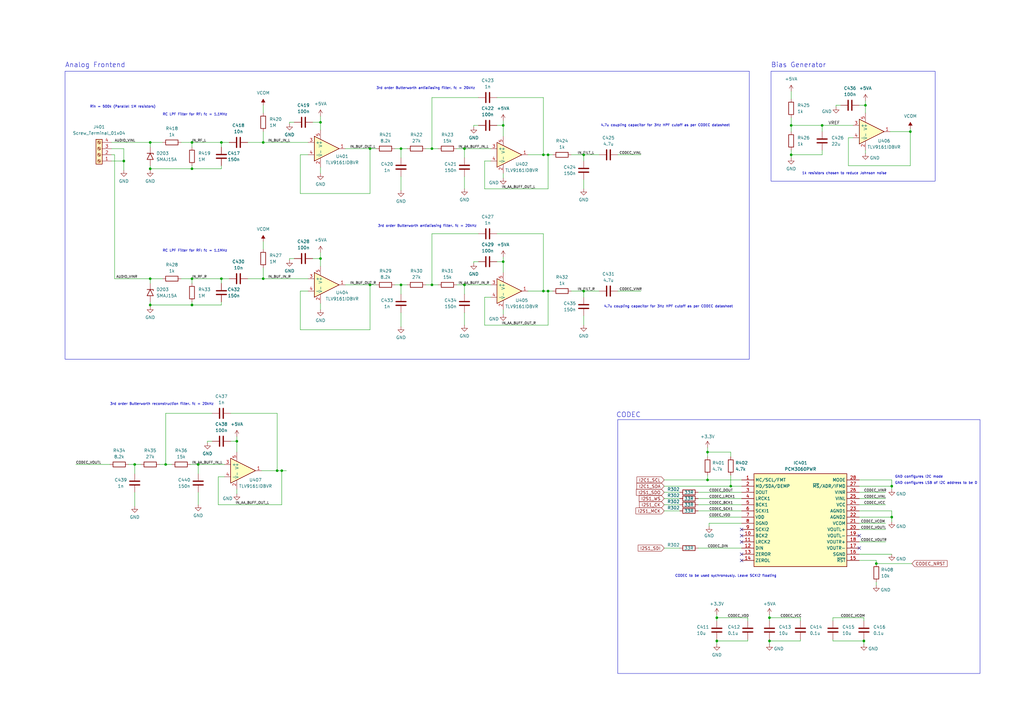
<source format=kicad_sch>
(kicad_sch (version 20230121) (generator eeschema)
  (paper "A3")
  (junction (at -104.14 113.03))
  (junction (at 61.595 69.215))
  (junction (at -113.665 201.93))
  (junction (at 299.72 199.39))
  (junction (at 61.595 125.095))
  (junction (at -91.44 137.16))
  (junction (at -90.805 113.03))
  (junction (at -104.775 137.16))
  (junction (at 78.74 58.42))
  (junction (at 78.74 125.095))
  (junction (at 290.195 185.42))
  (junction (at 222.885 63.5))
  (junction (at 131.445 106.045))
  (junction (at 206.375 51.435))
  (junction (at 290.195 196.85))
  (junction (at 224.79 63.5))
  (junction (at 324.485 51.435))
  (junction (at 222.885 119.38))
  (junction (at 354.965 43.18))
  (junction (at 177.165 60.96))
  (junction (at -80.01 158.115))
  (junction (at 90.805 58.42))
  (junction (at 294.005 262.89))
  (junction (at 107.95 58.42))
  (junction (at 354.33 262.89))
  (junction (at -56.515 155.575))
  (junction (at -90.805 123.19))
  (junction (at -144.145 147.32))
  (junction (at 239.395 119.38))
  (junction (at -144.145 137.16))
  (junction (at 78.74 114.3))
  (junction (at 365.76 199.39))
  (junction (at 50.8 66.04))
  (junction (at 315.595 253.365))
  (junction (at 107.95 114.3))
  (junction (at 337.185 51.435))
  (junction (at 61.595 58.42))
  (junction (at 55.245 190.5))
  (junction (at 315.595 262.89))
  (junction (at 206.375 107.315))
  (junction (at -165.735 155.575))
  (junction (at 151.765 60.96))
  (junction (at 81.28 190.5))
  (junction (at -130.81 137.16))
  (junction (at 365.76 212.09))
  (junction (at 373.38 53.975))
  (junction (at 164.465 116.84))
  (junction (at 164.465 60.96))
  (junction (at -176.53 186.055))
  (junction (at -43.18 165.735))
  (junction (at 90.805 114.3))
  (junction (at 113.665 193.04))
  (junction (at 324.485 63.5))
  (junction (at -67.31 168.91))
  (junction (at 294.005 253.365))
  (junction (at 67.945 190.5))
  (junction (at 239.395 63.5))
  (junction (at 97.155 180.975))
  (junction (at 61.595 114.3))
  (junction (at 359.41 231.14))
  (junction (at 151.765 116.84))
  (junction (at 177.165 116.84))
  (junction (at 115.57 193.04))
  (junction (at 190.5 116.84))
  (junction (at 224.79 119.38))
  (junction (at -91.44 147.32))
  (junction (at 131.445 50.165))
  (junction (at 78.74 69.215))
  (junction (at 190.5 60.96))
  (no_connect (at 304.165 229.87))
  (no_connect (at 352.425 224.79))
  (no_connect (at 304.165 217.17))
  (no_connect (at -131.445 160.655))
  (no_connect (at 304.165 219.71))
  (no_connect (at 352.425 219.71))
  (no_connect (at 304.165 222.25))
  (no_connect (at 304.165 227.33))
  (wire (pts (xy -100.965 173.355) (xy -92.075 173.355)))
  (wire (pts (xy 164.465 60.96) (xy 167.005 60.96)))
  (wire (pts (xy -143.51 191.135) (xy -143.51 193.675)))
  (wire (pts (xy 151.765 116.84) (xy 151.765 135.255)))
  (wire (pts (xy -113.665 150.495) (xy -113.665 137.16)))
  (wire (pts (xy 299.72 194.945) (xy 299.72 199.39)))
  (wire (pts (xy 61.595 69.215) (xy 78.74 69.215)))
  (wire (pts (xy 190.5 116.84) (xy 190.5 120.65)))
  (wire (pts (xy -100.965 155.575) (xy -56.515 155.575)))
  (wire (pts (xy 198.755 77.47) (xy 198.755 66.04)))
  (wire (pts (xy 347.98 67.945) (xy 373.38 67.945)))
  (wire (pts (xy 107.315 193.04) (xy 113.665 193.04)))
  (wire (pts (xy 286.385 204.47) (xy 304.165 204.47)))
  (wire (pts (xy -135.89 173.355) (xy -131.445 173.355)))
  (wire (pts (xy 359.41 238.76) (xy 359.41 240.03)))
  (wire (pts (xy 123.19 119.38) (xy 126.365 119.38)))
  (wire (pts (xy -165.735 165.1) (xy -165.735 167.005)))
  (wire (pts (xy -100.965 188.595) (xy -92.075 188.595)))
  (wire (pts (xy 55.245 190.5) (xy 55.245 194.31)))
  (wire (pts (xy -150.495 168.275) (xy -143.51 168.275)))
  (wire (pts (xy 67.945 169.545) (xy 67.945 190.5)))
  (wire (pts (xy -130.81 146.685) (xy -130.81 147.32)))
  (wire (pts (xy 224.79 119.38) (xy 222.885 119.38)))
  (wire (pts (xy 224.79 133.35) (xy 198.755 133.35)))
  (wire (pts (xy -104.14 113.03) (xy -90.805 113.03)))
  (wire (pts (xy 81.28 190.5) (xy 92.075 190.5)))
  (wire (pts (xy 61.595 58.42) (xy 66.675 58.42)))
  (wire (pts (xy 196.215 95.885) (xy 177.165 95.885)))
  (wire (pts (xy -43.18 155.575) (xy -43.18 157.48)))
  (wire (pts (xy 107.95 99.06) (xy 107.95 102.235)))
  (wire (pts (xy -91.44 147.32) (xy -91.44 148.59)))
  (wire (pts (xy 206.375 49.53) (xy 206.375 51.435)))
  (wire (pts (xy 290.195 196.85) (xy 304.165 196.85)))
  (wire (pts (xy 115.57 193.04) (xy 117.475 193.04)))
  (wire (pts (xy 299.72 185.42) (xy 290.195 185.42)))
  (wire (pts (xy -67.31 158.115) (xy -67.31 160.02)))
  (wire (pts (xy 45.72 63.5) (xy 46.99 63.5)))
  (wire (pts (xy -165.735 155.575) (xy -165.735 157.48)))
  (wire (pts (xy 174.625 60.96) (xy 177.165 60.96)))
  (wire (pts (xy -100.965 186.055) (xy -92.075 186.055)))
  (wire (pts (xy 341.63 253.365) (xy 354.33 253.365)))
  (wire (pts (xy 290.195 183.515) (xy 290.195 185.42)))
  (wire (pts (xy 306.705 253.365) (xy 294.005 253.365)))
  (wire (pts (xy -67.31 168.91) (xy -67.31 167.64)))
  (wire (pts (xy 78.105 190.5) (xy 81.28 190.5)))
  (wire (pts (xy 365.76 212.09) (xy 365.76 213.995)))
  (wire (pts (xy 81.28 190.5) (xy 81.28 194.31)))
  (wire (pts (xy -194.945 186.055) (xy -176.53 186.055)))
  (wire (pts (xy 67.945 190.5) (xy 70.485 190.5)))
  (wire (pts (xy 107.95 58.42) (xy 107.95 53.975)))
  (wire (pts (xy -176.53 186.055) (xy -176.53 187.325)))
  (wire (pts (xy 203.835 107.315) (xy 206.375 107.315)))
  (wire (pts (xy 294.005 262.255) (xy 294.005 262.89)))
  (wire (pts (xy 151.765 116.84) (xy 154.305 116.84)))
  (wire (pts (xy -100.965 183.515) (xy -92.075 183.515)))
  (wire (pts (xy 365.76 196.85) (xy 365.76 199.39)))
  (wire (pts (xy -116.205 201.93) (xy -113.665 201.93)))
  (wire (pts (xy 151.765 135.255) (xy 123.19 135.255)))
  (wire (pts (xy 61.595 125.095) (xy 78.74 125.095)))
  (wire (pts (xy 190.5 128.27) (xy 190.5 133.35)))
  (wire (pts (xy -104.14 122.555) (xy -104.14 123.19)))
  (wire (pts (xy 141.605 116.84) (xy 151.765 116.84)))
  (wire (pts (xy 85.09 180.975) (xy 86.995 180.975)))
  (wire (pts (xy -144.145 147.32) (xy -144.145 148.59)))
  (wire (pts (xy 78.74 114.3) (xy 78.74 116.205)))
  (wire (pts (xy 324.485 51.435) (xy 324.485 53.975)))
  (wire (pts (xy -150.495 175.895) (xy -143.51 175.895)))
  (wire (pts (xy -91.44 137.16) (xy -91.44 139.065)))
  (wire (pts (xy 113.665 193.04) (xy 113.665 169.545)))
  (wire (pts (xy -80.01 158.115) (xy -80.01 160.02)))
  (wire (pts (xy -100.965 158.115) (xy -80.01 158.115)))
  (wire (pts (xy 324.485 61.595) (xy 324.485 63.5)))
  (wire (pts (xy 206.375 51.435) (xy 206.375 55.88)))
  (wire (pts (xy 304.165 214.63) (xy 290.83 214.63)))
  (wire (pts (xy 90.805 58.42) (xy 90.805 60.325)))
  (wire (pts (xy -90.805 111.76) (xy -90.805 113.03)))
  (wire (pts (xy -90.805 113.03) (xy -90.805 114.935)))
  (wire (pts (xy 286.385 201.93) (xy 304.165 201.93)))
  (wire (pts (xy -165.735 155.575) (xy -131.445 155.575)))
  (wire (pts (xy 101.6 114.3) (xy 107.95 114.3)))
  (wire (pts (xy 131.445 50.165) (xy 131.445 53.34)))
  (wire (pts (xy 286.385 207.01) (xy 304.165 207.01)))
  (wire (pts (xy 177.165 95.885) (xy 177.165 116.84)))
  (wire (pts (xy 194.31 107.315) (xy 196.215 107.315)))
  (wire (pts (xy 306.705 262.255) (xy 306.705 262.89)))
  (wire (pts (xy 286.385 224.79) (xy 304.165 224.79)))
  (wire (pts (xy 365.76 212.09) (xy 352.425 212.09)))
  (wire (pts (xy 118.745 50.165) (xy 120.65 50.165)))
  (wire (pts (xy -104.14 114.935) (xy -104.14 113.03)))
  (wire (pts (xy 337.185 51.435) (xy 349.885 51.435)))
  (wire (pts (xy 123.19 135.255) (xy 123.19 119.38)))
  (wire (pts (xy 115.57 193.04) (xy 115.57 207.01)))
  (wire (pts (xy 286.385 209.55) (xy 304.165 209.55)))
  (wire (pts (xy -104.14 123.19) (xy -90.805 123.19)))
  (wire (pts (xy 354.33 262.89) (xy 354.33 264.16)))
  (wire (pts (xy 164.465 72.39) (xy 164.465 78.105)))
  (wire (pts (xy 352.425 201.93) (xy 363.22 201.93)))
  (wire (pts (xy 61.595 67.945) (xy 61.595 69.215)))
  (wire (pts (xy 324.485 37.465) (xy 324.485 40.64)))
  (wire (pts (xy 90.805 58.42) (xy 93.98 58.42)))
  (wire (pts (xy -113.665 201.93) (xy -113.665 201.295)))
  (wire (pts (xy 222.885 95.885) (xy 203.835 95.885)))
  (wire (pts (xy 78.74 114.3) (xy 90.805 114.3)))
  (wire (pts (xy -67.31 168.91) (xy -67.31 170.18)))
  (wire (pts (xy 52.705 190.5) (xy 55.245 190.5)))
  (wire (pts (xy -143.51 191.135) (xy -131.445 191.135)))
  (wire (pts (xy -104.775 137.16) (xy -91.44 137.16)))
  (wire (pts (xy 190.5 72.39) (xy 190.5 77.47)))
  (wire (pts (xy 198.755 121.92) (xy 201.295 121.92)))
  (wire (pts (xy 141.605 60.96) (xy 151.765 60.96)))
  (wire (pts (xy 81.28 201.93) (xy 81.28 207.01)))
  (wire (pts (xy 50.8 60.96) (xy 50.8 66.04)))
  (wire (pts (xy 299.72 187.325) (xy 299.72 185.42)))
  (wire (pts (xy -144.145 137.16) (xy -144.145 139.065)))
  (wire (pts (xy 224.79 63.5) (xy 222.885 63.5)))
  (wire (pts (xy 74.295 58.42) (xy 78.74 58.42)))
  (wire (pts (xy 290.83 214.63) (xy 290.83 215.9)))
  (wire (pts (xy 55.245 201.93) (xy 55.245 207.645)))
  (wire (pts (xy 373.38 52.705) (xy 373.38 53.975)))
  (wire (pts (xy 315.595 262.255) (xy 315.595 262.89)))
  (wire (pts (xy 78.74 125.095) (xy 78.74 123.825)))
  (wire (pts (xy 198.755 66.04) (xy 201.295 66.04)))
  (wire (pts (xy 352.425 209.55) (xy 365.76 209.55)))
  (wire (pts (xy 131.445 124.46) (xy 131.445 127)))
  (wire (pts (xy 177.165 116.84) (xy 179.705 116.84)))
  (wire (pts (xy 78.74 69.215) (xy 78.74 67.945)))
  (wire (pts (xy 61.595 123.825) (xy 61.595 125.095)))
  (wire (pts (xy -56.515 155.575) (xy -43.18 155.575)))
  (wire (pts (xy 337.185 63.5) (xy 324.485 63.5)))
  (wire (pts (xy 234.315 63.5) (xy 239.395 63.5)))
  (wire (pts (xy 89.535 207.01) (xy 89.535 195.58)))
  (wire (pts (xy 222.885 119.38) (xy 222.885 95.885)))
  (wire (pts (xy 224.79 63.5) (xy 226.695 63.5)))
  (wire (pts (xy 299.72 199.39) (xy 304.165 199.39)))
  (wire (pts (xy -116.205 113.03) (xy -116.205 150.495)))
  (wire (pts (xy 315.595 262.89) (xy 315.595 264.16)))
  (wire (pts (xy 239.395 119.38) (xy 239.395 121.92)))
  (wire (pts (xy 161.925 60.96) (xy 164.465 60.96)))
  (wire (pts (xy 187.325 60.96) (xy 190.5 60.96)))
  (wire (pts (xy 97.155 179.07) (xy 97.155 180.975)))
  (wire (pts (xy 61.595 58.42) (xy 61.595 60.325)))
  (wire (pts (xy 239.395 73.66) (xy 239.395 77.47)))
  (wire (pts (xy 90.805 69.215) (xy 78.74 69.215)))
  (wire (pts (xy 206.375 105.41) (xy 206.375 107.315)))
  (wire (pts (xy 341.63 254.635) (xy 341.63 253.365)))
  (wire (pts (xy 118.745 50.8) (xy 118.745 50.165)))
  (wire (pts (xy 128.27 50.165) (xy 131.445 50.165)))
  (wire (pts (xy 272.415 199.39) (xy 299.72 199.39)))
  (wire (pts (xy -90.805 123.19) (xy -90.805 124.46)))
  (wire (pts (xy 97.155 180.975) (xy 97.155 185.42)))
  (wire (pts (xy 55.245 190.5) (xy 57.785 190.5)))
  (wire (pts (xy 94.615 180.975) (xy 97.155 180.975)))
  (wire (pts (xy 161.925 116.84) (xy 164.465 116.84)))
  (wire (pts (xy 341.63 262.255) (xy 341.63 262.89)))
  (wire (pts (xy 290.195 194.945) (xy 290.195 196.85)))
  (wire (pts (xy 101.6 58.42) (xy 107.95 58.42)))
  (wire (pts (xy 341.63 262.89) (xy 354.33 262.89)))
  (wire (pts (xy 306.705 262.89) (xy 294.005 262.89)))
  (wire (pts (xy -171.45 155.575) (xy -165.735 155.575)))
  (wire (pts (xy 354.965 41.275) (xy 354.965 43.18)))
  (wire (pts (xy -116.205 113.03) (xy -104.14 113.03)))
  (wire (pts (xy 315.595 262.89) (xy 328.295 262.89)))
  (wire (pts (xy 222.885 63.5) (xy 222.885 40.005)))
  (wire (pts (xy -113.665 137.16) (xy -104.775 137.16)))
  (wire (pts (xy -194.945 196.215) (xy -194.945 194.945)))
  (wire (pts (xy 224.79 63.5) (xy 224.79 77.47)))
  (wire (pts (xy 352.425 43.18) (xy 354.965 43.18)))
  (wire (pts (xy 315.595 253.365) (xy 315.595 252.095)))
  (wire (pts (xy 115.57 193.04) (xy 113.665 193.04)))
  (wire (pts (xy 97.155 200.66) (xy 97.155 202.565)))
  (wire (pts (xy 272.415 204.47) (xy 278.765 204.47)))
  (wire (pts (xy 107.95 114.3) (xy 126.365 114.3)))
  (wire (pts (xy 151.765 60.96) (xy 154.305 60.96)))
  (wire (pts (xy 194.31 107.95) (xy 194.31 107.315)))
  (wire (pts (xy 177.165 40.005) (xy 177.165 60.96)))
  (wire (pts (xy 365.125 53.975) (xy 373.38 53.975)))
  (wire (pts (xy 164.465 116.84) (xy 167.005 116.84)))
  (wire (pts (xy 352.425 196.85) (xy 365.76 196.85)))
  (wire (pts (xy -56.515 157.48) (xy -56.515 155.575)))
  (wire (pts (xy -56.515 165.735) (xy -43.18 165.735)))
  (wire (pts (xy -80.01 168.91) (xy -67.31 168.91)))
  (wire (pts (xy 61.595 114.3) (xy 66.675 114.3)))
  (wire (pts (xy -80.01 158.115) (xy -67.31 158.115)))
  (wire (pts (xy 31.115 190.5) (xy 45.085 190.5)))
  (wire (pts (xy 354.33 253.365) (xy 354.33 254.635)))
  (wire (pts (xy 85.09 181.61) (xy 85.09 180.975)))
  (wire (pts (xy 224.79 119.38) (xy 226.695 119.38)))
  (wire (pts (xy 222.885 40.005) (xy 203.835 40.005)))
  (wire (pts (xy 90.805 125.095) (xy 78.74 125.095)))
  (wire (pts (xy -113.665 201.93) (xy -113.665 203.2)))
  (wire (pts (xy 50.8 66.04) (xy 50.8 69.85)))
  (wire (pts (xy -130.81 137.16) (xy -144.145 137.16)))
  (wire (pts (xy 239.395 129.54) (xy 239.395 133.35)))
  (wire (pts (xy 306.705 253.365) (xy 306.705 254.635)))
  (wire (pts (xy -43.18 165.735) (xy -43.18 167.005)))
  (wire (pts (xy 315.595 253.365) (xy 328.295 253.365)))
  (wire (pts (xy 239.395 63.5) (xy 245.745 63.5)))
  (wire (pts (xy 290.83 212.09) (xy 304.165 212.09)))
  (wire (pts (xy 352.425 229.87) (xy 359.41 229.87)))
  (wire (pts (xy 90.805 114.3) (xy 93.98 114.3)))
  (wire (pts (xy -134.62 186.055) (xy -131.445 186.055)))
  (wire (pts (xy 354.965 43.18) (xy 354.965 46.355)))
  (wire (pts (xy 347.98 56.515) (xy 347.98 67.945)))
  (wire (pts (xy -131.445 163.195) (xy -133.985 163.195)))
  (wire (pts (xy 151.765 60.96) (xy 151.765 79.375)))
  (wire (pts (xy 272.415 224.79) (xy 278.765 224.79)))
  (wire (pts (xy 354.33 262.255) (xy 354.33 262.89)))
  (wire (pts (xy -91.44 135.89) (xy -91.44 137.16)))
  (wire (pts (xy 328.295 262.255) (xy 328.295 262.89)))
  (wire (pts (xy 190.5 60.96) (xy 201.295 60.96)))
  (wire (pts (xy 239.395 119.38) (xy 245.745 119.38)))
  (wire (pts (xy -130.81 147.32) (xy -144.145 147.32)))
  (wire (pts (xy 349.885 56.515) (xy 347.98 56.515)))
  (wire (pts (xy 216.535 119.38) (xy 222.885 119.38)))
  (wire (pts (xy 294.005 262.89) (xy 294.005 264.16)))
  (wire (pts (xy 352.425 214.63) (xy 363.22 214.63)))
  (wire (pts (xy 118.745 106.045) (xy 120.65 106.045)))
  (wire (pts (xy -91.44 146.685) (xy -91.44 147.32)))
  (wire (pts (xy -56.515 165.1) (xy -56.515 165.735)))
  (wire (pts (xy 272.415 207.01) (xy 278.765 207.01)))
  (wire (pts (xy 216.535 63.5) (xy 222.885 63.5)))
  (wire (pts (xy 324.485 51.435) (xy 337.185 51.435)))
  (wire (pts (xy -90.805 122.555) (xy -90.805 123.19)))
  (wire (pts (xy -43.18 165.1) (xy -43.18 165.735)))
  (wire (pts (xy -104.775 139.065) (xy -104.775 137.16)))
  (wire (pts (xy 337.185 61.595) (xy 337.185 63.5)))
  (wire (pts (xy 113.665 169.545) (xy 94.615 169.545)))
  (wire (pts (xy 234.315 119.38) (xy 239.395 119.38)))
  (wire (pts (xy 118.745 106.68) (xy 118.745 106.045)))
  (wire (pts (xy 107.95 58.42) (xy 126.365 58.42)))
  (wire (pts (xy -135.89 168.275) (xy -131.445 168.275)))
  (wire (pts (xy 90.805 67.945) (xy 90.805 69.215)))
  (wire (pts (xy -194.945 186.055) (xy -194.945 187.325)))
  (wire (pts (xy 352.425 204.47) (xy 363.22 204.47)))
  (wire (pts (xy -118.745 137.16) (xy -130.81 137.16)))
  (wire (pts (xy 45.72 66.04) (xy 50.8 66.04)))
  (wire (pts (xy -100.965 175.895) (xy -92.075 175.895)))
  (wire (pts (xy 46.99 114.3) (xy 61.595 114.3)))
  (wire (pts (xy -150.495 173.355) (xy -143.51 173.355)))
  (wire (pts (xy 164.465 60.96) (xy 164.465 64.77)))
  (wire (pts (xy -118.745 137.16) (xy -118.745 150.495)))
  (wire (pts (xy -130.81 139.065) (xy -130.81 137.16)))
  (wire (pts (xy 131.445 106.045) (xy 131.445 109.22)))
  (wire (pts (xy 131.445 68.58) (xy 131.445 71.12)))
  (wire (pts (xy 206.375 127) (xy 206.375 128.905)))
  (wire (pts (xy 203.835 51.435) (xy 206.375 51.435)))
  (wire (pts (xy -176.53 184.785) (xy -176.53 186.055)))
  (wire (pts (xy 90.805 123.825) (xy 90.805 125.095)))
  (wire (pts (xy 194.31 52.07) (xy 194.31 51.435)))
  (wire (pts (xy 224.79 77.47) (xy 198.755 77.47)))
  (wire (pts (xy 272.415 209.55) (xy 278.765 209.55)))
  (wire (pts (xy 324.485 48.26) (xy 324.485 51.435)))
  (wire (pts (xy 198.755 133.35) (xy 198.755 121.92)))
  (wire (pts (xy 46.99 63.5) (xy 46.99 114.3)))
  (wire (pts (xy -133.985 163.195) (xy -133.985 163.83)))
  (wire (pts (xy -135.89 170.815) (xy -131.445 170.815)))
  (wire (pts (xy -80.01 167.64) (xy -80.01 168.91)))
  (wire (pts (xy 196.215 40.005) (xy 177.165 40.005)))
  (wire (pts (xy 164.465 128.27) (xy 164.465 133.985)))
  (wire (pts (xy 359.41 231.14) (xy 374.015 231.14)))
  (wire (pts (xy 337.185 51.435) (xy 337.185 53.975)))
  (wire (pts (xy 272.415 201.93) (xy 278.765 201.93)))
  (wire (pts (xy 224.79 119.38) (xy 224.79 133.35)))
  (wire (pts (xy -100.965 191.135) (xy -92.075 191.135)))
  (wire (pts (xy -116.205 201.295) (xy -116.205 201.93)))
  (wire (pts (xy 61.595 69.215) (xy 61.595 69.85)))
  (wire (pts (xy 342.9 43.18) (xy 342.9 43.815)))
  (wire (pts (xy -100.965 178.435) (xy -92.075 178.435)))
  (wire (pts (xy -134.62 183.515) (xy -131.445 183.515)))
  (wire (pts (xy 272.415 196.85) (xy 290.195 196.85)))
  (wire (pts (xy 131.445 47.625) (xy 131.445 50.165)))
  (wire (pts (xy 253.365 63.5) (xy 262.89 63.5)))
  (wire (pts (xy -104.775 146.685) (xy -104.775 147.32)))
  (wire (pts (xy 115.57 207.01) (xy 89.535 207.01)))
  (wire (pts (xy 187.325 116.84) (xy 190.5 116.84)))
  (wire (pts (xy 74.295 114.3) (xy 78.74 114.3)))
  (wire (pts (xy 151.765 79.375) (xy 123.19 79.375)))
  (wire (pts (xy -150.495 170.815) (xy -143.51 170.815)))
  (wire (pts (xy 352.425 227.33) (xy 365.76 227.33)))
  (wire (pts (xy 65.405 190.5) (xy 67.945 190.5)))
  (wire (pts (xy 352.425 222.25) (xy 363.22 222.25)))
  (wire (pts (xy 206.375 71.12) (xy 206.375 73.025)))
  (wire (pts (xy 123.19 79.375) (xy 123.19 63.5)))
  (wire (pts (xy 315.595 253.365) (xy 315.595 254.635)))
  (wire (pts (xy 190.5 60.96) (xy 190.5 64.77)))
  (wire (pts (xy 107.95 114.3) (xy 107.95 109.855)))
  (wire (pts (xy 352.425 217.17) (xy 363.22 217.17)))
  (wire (pts (xy 253.365 119.38) (xy 262.89 119.38)))
  (wire (pts (xy 290.195 185.42) (xy 290.195 187.325)))
  (wire (pts (xy 294.005 253.365) (xy 294.005 254.635)))
  (wire (pts (xy 328.295 253.365) (xy 328.295 254.635)))
  (wire (pts (xy 354.965 61.595) (xy 354.965 62.865)))
  (wire (pts (xy 174.625 116.84) (xy 177.165 116.84)))
  (wire (pts (xy 373.38 67.945) (xy 373.38 53.975)))
  (wire (pts (xy 194.31 51.435) (xy 196.215 51.435)))
  (wire (pts (xy 78.74 58.42) (xy 90.805 58.42)))
  (wire (pts (xy 90.805 114.3) (xy 90.805 116.205)))
  (wire (pts (xy 365.76 199.39) (xy 365.76 200.66)))
  (wire (pts (xy -135.89 178.435) (xy -131.445 178.435)))
  (wire (pts (xy -104.775 147.32) (xy -91.44 147.32)))
  (wire (pts (xy 89.535 195.58) (xy 92.075 195.58)))
  (wire (pts (xy -144.145 146.685) (xy -144.145 147.32)))
  (wire (pts (xy 239.395 63.5) (xy 239.395 66.04)))
  (wire (pts (xy 86.995 169.545) (xy 67.945 169.545)))
  (wire (pts (xy 128.27 106.045) (xy 131.445 106.045)))
  (wire (pts (xy 177.165 60.96) (xy 179.705 60.96)))
  (wire (pts (xy 352.425 199.39) (xy 365.76 199.39)))
  (wire (pts (xy 324.485 63.5) (xy 324.485 64.77)))
  (wire (pts (xy 342.9 43.18) (xy 344.805 43.18)))
  (wire (pts (xy 61.595 114.3) (xy 61.595 116.205)))
  (wire (pts (xy -150.495 178.435) (xy -143.51 178.435)))
  (wire (pts (xy 294.005 252.095) (xy 294.005 253.365)))
  (wire (pts (xy 45.72 60.96) (xy 50.8 60.96)))
  (wire (pts (xy 164.465 116.84) (xy 164.465 120.65)))
  (wire (pts (xy -144.145 135.89) (xy -144.145 137.16)))
  (wire (pts (xy 45.72 58.42) (xy 61.595 58.42)))
  (wire (pts (xy 123.19 63.5) (xy 126.365 63.5)))
  (wire (pts (xy 78.74 58.42) (xy 78.74 60.325)))
  (wire (pts (xy 107.95 43.18) (xy 107.95 46.355)))
  (wire (pts (xy 359.41 229.87) (xy 359.41 231.14)))
  (wire (pts (xy -143.51 201.295) (xy -143.51 203.2)))
  (wire (pts (xy 206.375 107.315) (xy 206.375 111.76)))
  (wire (pts (xy -176.53 196.215) (xy -176.53 194.945)))
  (wire (pts (xy 365.76 209.55) (xy 365.76 212.09)))
  (wire (pts (xy 190.5 116.84) (xy 201.295 116.84)))
  (wire (pts (xy 61.595 125.095) (xy 61.595 125.73)))
  (wire (pts (xy 131.445 103.505) (xy 131.445 106.045)))
  (wire (pts (xy -100.965 170.815) (xy -92.075 170.815)))
  (wire (pts (xy -135.89 175.895) (xy -131.445 175.895)))
  (wire (pts (xy 352.425 207.01) (xy 363.22 207.01)))
  (rectangle (start 253.365 172.085) (end 401.955 276.225))
  (rectangle (start 316.23 29.21) (end 383.54 74.295))
  (rectangle (start 26.67 29.21) (end 307.34 147.32))
  (text "Bias Generator" (at 316.23 27.94 0) (effects (font (size 2 2)) (justify left bottom)))
  (text "RC LPF Filter for RF: fc = 1.1MHz " (at 66.675 103.505 0) (effects (font (size 1 1)) (justify left bottom)))
  (text "Rin = 500k (Parallel 1M resistors)" (at 36.83 44.45 0) (effects (font (size 1 1)) (justify left bottom)))
  (text "CODEC" (at 252.73 171.45 0) (effects (font (size 2 2)) (justify left bottom)))
  (text "4.7u coupling capacitor for 3Hz HPF cutoff as per CODEC datasheet" (at 247.65 126.365 0) (effects (font (size 1 1)) (justify left bottom)))
  (text "RC LPF Filter for RF: fc = 1.1MHz " (at 66.675 47.625 0) (effects (font (size 1 1)) (justify left bottom)))
  (text "3rd order Butterworth reconstruction filter. fc = 20kHz " (at 45.085 166.37 0) (effects (font (size 1 1)) (justify left bottom)))
  (text "1k resistors chosen to reduce Johnson noise" (at 328.93 71.755 0) (effects (font (size 1 1)) (justify left bottom)))
  (text "GND configures I2C mode" (at 367.03 196.215 0) (effects (font (size 1 1)) (justify left bottom)))
  (text "4.7u coupling capacitor for 3Hz HPF cutoff as per CODEC datasheet" (at 246.38 52.07 0) (effects (font (size 1 1)) (justify left bottom)))
  (text "GND configures LSB of I2C address to be 0" (at 367.03 198.755 0) (effects (font (size 1 1)) (justify left bottom)))
  (text "3rd order Butterworth antialiasing filter. fc = 20kHz " (at 154.305 36.83 0) (effects (font (size 1 1)) (justify left bottom)))
  (text "Use MCLK from MCU \nNo XTL required" (at -149.86 163.195 0) (effects (font (size 1 1)) (justify left bottom)))
  (text "3rd order Butterworth antialiasing filter. fc = 20kHz " (at 154.94 93.345 0) (effects (font (size 1 1)) (justify left bottom)))
  (text "CODEC to be used sychronously. Leave SCKI2 floating" (at 276.86 236.855 0) (effects (font (size 1 1)) (justify left bottom)))
  (text "Using pulldown resistor to assert low before mcu firmware boots" (at -177.165 209.55 0) (effects (font (size 1 1)) (justify left bottom)))
  (text "Analog Frontend" (at 26.67 27.94 0) (effects (font (size 2 2)) (justify left bottom)))
  (label "IN_BUF_OUT_L" (at 143.51 60.96 0) (effects (font (size 1 1))))
  (label "AUDIO_VINR" (at 47.625 114.3 0) (effects (font (size 1 1))))
  (label "AUDIO_VINL" (at 46.99 58.42 0) (effects (font (size 1 1))))
  (label "IN_BUF_IN_L" (at 109.855 58.42 0) (effects (font (size 1 1))))
  (label "CODEC_SCK1" (at 290.83 209.55 0) (effects (font (size 1 1))))
  (label "CODEC_VCOM" (at 353.06 214.63 0) (effects (font (size 1 1))))
  (label "CODEC_VCC" (at 320.04 253.365 0) (effects (font (size 1 1))))
  (label "CODEC_VINL" (at 254 63.5 0) (effects (font (size 1 1))))
  (label "CODEC_VINR" (at 254 119.38 0) (effects (font (size 1 1))))
  (label "IN_AA_BUFF_IN_R" (at 187.96 116.84 0) (effects (font (size 1 1))))
  (label "IN_BUF_IN_R" (at 109.855 114.3 0) (effects (font (size 1 1))))
  (label "CODEC_DOUT" (at 290.83 201.93 0) (effects (font (size 1 1))))
  (label "IN_FILT_L" (at 236.855 63.5 0) (effects (font (size 1 1))))
  (label "CODEC_VCOM" (at 344.805 253.365 0) (effects (font (size 1 1))))
  (label "IN_AA_BUFF_IN_L" (at 187.96 60.96 0) (effects (font (size 1 1))))
  (label "CODEC_BCK1" (at 290.83 207.01 0) (effects (font (size 1 1))))
  (label "CODEC_VINL" (at 354.33 204.47 0) (effects (font (size 1 1))))
  (label "CODEC_VOUTL" (at 353.06 217.17 0) (effects (font (size 1 1))))
  (label "CODEC_VOUTL" (at 31.115 190.5 0) (effects (font (size 1 1))))
  (label "CODEC_VOUTR" (at 353.06 222.25 0) (effects (font (size 1 1))))
  (label "CODEC_DIN" (at 290.195 224.79 0) (effects (font (size 1 1))))
  (label "IN_RF_L" (at 78.74 58.42 0) (effects (font (size 1 1))))
  (label "CODEC_VCC" (at 354.33 207.01 0) (effects (font (size 1 1))))
  (label "IN_AA_BUFF_OUT_L" (at 205.74 77.47 0) (effects (font (size 1 1))))
  (label "IN_AA_BUFF_OUT_L" (at 96.52 207.01 0) (effects (font (size 1 1))))
  (label "IN_AA_BUFF_OUT_R" (at 205.74 133.35 0) (effects (font (size 1 1))))
  (label "CODEC_FILT+" (at -80.01 158.115 0))
  (label "CODEC_VINR" (at 354.33 201.93 0) (effects (font (size 1 1))))
  (label "CODEC_VCOM" (at -56.515 155.575 0))
  (label "CODEC_VDD" (at 298.45 253.365 0) (effects (font (size 1 1))))
  (label "CODEC_VDD" (at 290.83 212.09 0) (effects (font (size 1 1))))
  (label "IN_FILT_R" (at 236.855 119.38 0) (effects (font (size 1 1))))
  (label "IN_AA_BUFF_IN_L" (at 78.74 190.5 0) (effects (font (size 1 1))))
  (label "CODEC_LRCK1" (at 290.83 204.47 0) (effects (font (size 1 1))))
  (label "IN_RF_R" (at 78.74 114.3 0) (effects (font (size 1 1))))
  (label "VREF" (at 339.725 51.435 0))
  (label "CODEC_AD0" (at -143.51 191.135 0))
  (label "IN_BUF_OUT_R" (at 143.51 116.84 0) (effects (font (size 1 1))))
  (global_label "I2C1_SDA" (shape input) (at -134.62 186.055 180) (property "Intersheetrefs" "${INTERSHEET_REFS}" (effects hide)))
  (global_label "I2S1_WS" (shape input) (at 272.415 204.47 180) (property "Intersheetrefs" "${INTERSHEET_REFS}" (effects hide)))
  (global_label "I2S1_CK" (shape input) (at -150.495 173.355 180) (property "Intersheetrefs" "${INTERSHEET_REFS}" (effects hide)))
  (global_label "I2C1_SCL" (shape input) (at -176.53 196.215 180) (property "Intersheetrefs" "${INTERSHEET_REFS}" (effects hide)))
  (global_label "I2S1_WS" (shape input) (at -150.495 170.815 180) (property "Intersheetrefs" "${INTERSHEET_REFS}" (effects hide)))
  (global_label "I2C1_SDA" (shape input) (at 272.415 199.39 180) (property "Intersheetrefs" "${INTERSHEET_REFS}" (effects hide)))
  (global_label "I2C1_SCL" (shape input) (at 272.415 196.85 180) (property "Intersheetrefs" "${INTERSHEET_REFS}" (effects hide)))
  (global_label "I2S1_SDO" (shape input) (at 272.415 201.93 180) (property "Intersheetrefs" "${INTERSHEET_REFS}" (effects hide)))
  (global_label "I2S1_CK" (shape input) (at 272.415 207.01 180) (property "Intersheetrefs" "${INTERSHEET_REFS}" (effects hide)))
  (global_label "I2S1_SDI" (shape input) (at 272.415 224.79 180) (property "Intersheetrefs" "${INTERSHEET_REFS}" (effects hide)))
  (global_label "CODEC_NRST" (shape input) (at -171.45 155.575 180) (property "Intersheetrefs" "${INTERSHEET_REFS}" (effects hide)))
  (global_label "CODEC_NRST" (shape input) (at 374.015 231.14 0) (property "Intersheetrefs" "${INTERSHEET_REFS}" (effects hide)))
  (global_label "I2C1_SCL" (shape input) (at -134.62 183.515 180) (property "Intersheetrefs" "${INTERSHEET_REFS}" (effects hide)))
  (global_label "I2S1_MCK" (shape input) (at -150.495 168.275 180) (property "Intersheetrefs" "${INTERSHEET_REFS}" (effects hide)))
  (global_label "I2S1_MCK" (shape input) (at 272.415 209.55 180) (property "Intersheetrefs" "${INTERSHEET_REFS}" (effects hide)))
  (global_label "I2S1_SDI" (shape input) (at -150.495 178.435 180) (property "Intersheetrefs" "${INTERSHEET_REFS}" (effects hide)))
  (global_label "I2S1_SDO" (shape input) (at -150.495 175.895 180) (property "Intersheetrefs" "${INTERSHEET_REFS}" (effects hide)))
  (global_label "I2C1_SDA" (shape input) (at -194.945 196.215 180) (property "Intersheetrefs" "${INTERSHEET_REFS}" (effects hide)))
  (symbol (lib_id "Device:C") (at -67.31 163.83 0) (unit 1)
    (property "Reference" "C410" (at -64.135 162.56 0) (effects (justify left)))
    (property "Value" "47u" (at -64.135 165.1 0) (effects (justify left)))
  )
  (symbol (lib_id "Device:R") (at 230.505 63.5 90) (unit 1)
    (property "Reference" "R424" (at 230.505 57.785 90))
    (property "Value" "1k" (at 230.505 60.325 90))
  )
  (symbol (lib_id "power:GND") (at 131.445 71.12 0) (unit 1)
    (property "Reference" "#PWR0429" (effects hide))
    (property "Value" "GND" (at 131.445 75.565 0))
  )
  (symbol (lib_id "Device:C") (at -43.18 161.29 0) (unit 1)
    (property "Reference" "C408" (at -40.005 160.02 0) (effects (justify left)))
    (property "Value" "1u" (at -40.005 162.56 0) (effects (justify left)))
  )
  (symbol (lib_id "Device:R") (at 183.515 60.96 90) (unit 1)
    (property "Reference" "R423" (at 183.515 55.245 90))
    (property "Value" "15k" (at 183.515 57.785 90))
  )
  (symbol (lib_id "Device:R") (at 107.95 106.045 180) (unit 1)
    (property "Reference" "R427" (at 110.49 104.775 0) (effects (justify right)))
    (property "Value" "1M" (at 110.49 107.315 0) (effects (justify right)))
  )
  (symbol (lib_id "Device:R") (at -139.7 168.275 90) (unit 1)
    (property "Reference" "R302" (at -146.05 167.005 90))
    (property "Value" "33R" (at -139.7 168.275 90))
    (instances (project "GuitarFX" (path "" (reference "R302") (unit 1)) (path "" (reference "R410") (unit 1))))
  )
  (symbol (lib_id "power:+5VA") (at 206.375 49.53 0) (unit 1)
    (property "Reference" "#PWR0203" (effects hide))
    (property "Value" "+5VA" (at 206.375 44.45 0))
    (instances (project "GuitarFX" (path "" (reference "#PWR0203") (unit 1)) (path "" (reference "#PWR0432") (unit 1))))
  )
  (symbol (lib_id "power:+3.3V") (at 294.005 252.095 0) (unit 1)
    (property "Reference" "#PWR05" (effects hide))
    (property "Value" "+3.3V" (at 294.005 247.65 0))
    (instances (project "GuitarFX" (path "" (reference "#PWR05") (unit 1)) (path "" (reference "#PWR0413") (unit 1))))
  )
  (symbol (lib_id "Device:R") (at 48.895 190.5 90) (unit 1)
    (property "Reference" "R434" (at 48.895 184.785 90))
    (property "Value" "8.2k" (at 48.895 187.325 90))
  )
  (symbol (lib_id "power:GND") (at 55.245 207.645 0) (unit 1)
    (property "Reference" "#PWR0458" (effects hide))
    (property "Value" "GND" (at 55.245 212.09 0))
  )
  (symbol (lib_id "Device:C") (at -90.805 118.745 0) (unit 1)
    (property "Reference" "C402" (at -87.63 117.475 0) (effects (justify left)))
    (property "Value" "1u" (at -87.63 120.015 0) (effects (justify left)))
  )
  (symbol (lib_id "Device:C") (at -91.44 142.875 0) (unit 1)
    (property "Reference" "C406" (at -88.265 141.605 0) (effects (justify left)))
    (property "Value" "1u" (at -88.265 144.145 0) (effects (justify left)))
  )
  (symbol (lib_id "power:GND") (at 206.375 73.025 0) (unit 1)
    (property "Reference" "#PWR0452" (effects hide))
    (property "Value" "GND" (at 202.565 74.93 0))
  )
  (symbol (lib_id "Device:R") (at 282.575 201.93 90) (unit 1)
    (property "Reference" "R302" (at 276.225 200.66 90))
    (property "Value" "33R" (at 282.575 201.93 90))
    (instances (project "GuitarFX" (path "" (reference "R302") (unit 1)) (path "" (reference "R403") (unit 1))))
  )
  (symbol (lib_id "power:GND") (at 239.395 133.35 0) (unit 1)
    (property "Reference" "#PWR0447" (effects hide))
    (property "Value" "GND" (at 239.395 137.795 0))
  )
  (symbol (lib_id "power:GND") (at 194.31 52.07 0) (unit 1)
    (property "Reference" "#PWR0433" (effects hide))
    (property "Value" "GND" (at 194.31 56.515 0))
  )
  (symbol (lib_id "power:GND") (at -144.145 148.59 0) (mirror y) (unit 1)
    (property "Reference" "#PWR0411" (effects hide))
    (property "Value" "GND" (at -147.955 150.495 0))
  )
  (symbol (lib_id "power:GND") (at -143.51 203.2 0) (mirror y) (unit 1)
    (property "Reference" "#PWR0423" (effects hide))
    (property "Value" "GND" (at -147.32 205.105 0))
  )
  (symbol (lib_id "Device:C") (at 239.395 69.85 0) (unit 1)
    (property "Reference" "C424" (at 233.68 68.58 0))
    (property "Value" "150n" (at 233.68 71.12 0))
  )
  (symbol (lib_id "power:GND") (at 194.31 107.95 0) (unit 1)
    (property "Reference" "#PWR0443" (effects hide))
    (property "Value" "GND" (at 194.31 112.395 0))
  )
  (symbol (lib_id "power:GND") (at 81.28 207.01 0) (unit 1)
    (property "Reference" "#PWR0457" (effects hide))
    (property "Value" "GND" (at 81.28 211.455 0))
  )
  (symbol (lib_id "power:GND") (at 206.375 128.905 0) (unit 1)
    (property "Reference" "#PWR0453" (effects hide))
    (property "Value" "GND" (at 202.565 130.81 0))
  )
  (symbol (lib_id "Device:R") (at 282.575 207.01 90) (unit 1)
    (property "Reference" "R302" (at 276.225 205.74 90))
    (property "Value" "33R" (at 282.575 207.01 90))
    (instances (project "GuitarFX" (path "" (reference "R302") (unit 1)) (path "" (reference "R405") (unit 1))))
  )
  (symbol (lib_id "power:GND") (at 85.09 181.61 0) (unit 1)
    (property "Reference" "#PWR0455" (effects hide))
    (property "Value" "GND" (at 85.09 186.055 0))
  )
  (symbol (lib_id "power:+3.3V") (at 290.195 183.515 0) (unit 1)
    (property "Reference" "#PWR05" (effects hide))
    (property "Value" "+3.3V" (at 290.195 179.07 0))
    (instances (project "GuitarFX" (path "" (reference "#PWR05") (unit 1)) (path "" (reference "#PWR0401") (unit 1))))
  )
  (symbol (lib_id "Device:R") (at 290.195 191.135 0) (unit 1)
    (property "Reference" "R401" (at 292.1 189.865 0) (effects (justify left)))
    (property "Value" "4.7k" (at 292.1 192.405 0) (effects (justify left)))
  )
  (symbol (lib_id "Device:C") (at 190.5 68.58 0) (unit 1)
    (property "Reference" "C421" (at 184.785 67.31 0))
    (property "Value" "150n" (at 184.785 69.85 0))
  )
  (symbol (lib_id "Device:C") (at -144.145 142.875 0) (mirror y) (unit 1)
    (property "Reference" "C403" (at -147.32 141.605 0) (effects (justify left)))
    (property "Value" "1u" (at -147.32 144.145 0) (effects (justify left)))
  )
  (symbol (lib_id "power:GND") (at -67.31 170.18 0) (unit 1)
    (property "Reference" "#PWR0418" (effects hide))
    (property "Value" "GND" (at -63.5 172.085 0))
  )
  (symbol (lib_id "power:GND") (at 118.745 106.68 0) (unit 1)
    (property "Reference" "#PWR0442" (effects hide))
    (property "Value" "GND" (at 118.745 111.125 0))
  )
  (symbol (lib_id "power:GND") (at 365.76 227.33 0) (unit 1)
    (property "Reference" "#PWR0407" (effects hide))
    (property "Value" "GND" (at 369.57 229.235 0))
  )
  (symbol (lib_id "power:VCOM") (at 107.95 43.18 0) (unit 1)
    (property "Reference" "#PWR0438" (effects hide))
    (property "Value" "VCOM" (at 107.95 38.1 0))
  )
  (symbol (lib_id "power:GND") (at 342.9 43.815 0) (unit 1)
    (property "Reference" "#PWR0451" (effects hide))
    (property "Value" "GND" (at 339.09 45.72 0))
  )
  (symbol (lib_id "TLV9161IDBVR:TLV9161IDBVR") (at 354.965 53.975 0) (unit 1)
    (property "Reference" "U406" (at 362.585 57.785 0))
    (property "Value" "TLV9161IDBVR" (at 362.585 60.325 0))
    (property "Footprint" "SOT95P280X145-5N" (effects hide))
    (property "Datasheet" "https://www.ti.com/lit/ds/symlink/tlv9161.pdf?HQS=dis-mous-null-mousermode-dsf-pf-null-wwe&ts=1675947383550&ref_url=https%253A%252F%252Fwww.mouser.de%252F" (effects hide))
    (property "Sim.Pins" "1=1 2=2 3=3 4=4 5=5" (effects hide))
    (property "Sim.Device" "SPICE" (effects hide))
    (property "Sim.Params" "type=\"X\" model=\"OPAMP\" lib=\"\"" (effects hide))
    (property "Height" "1.45" (effects hide))
    (property "Manufacturer_Name" "Texas Instruments" (effects hide))
    (property "Manufacturer_Part_Number" "TLV9161IDBVR" (effects hide))
    (property "Mouser Part Number" "595-TLV9161IDBVR" (effects hide))
    (property "Mouser Price/Stock" "https://www.mouser.co.uk/ProductDetail/Texas-Instruments/TLV9161IDBVR?qs=Rp5uXu7WBW%2FkWJAGvxG3xQ%3D%3D" (effects hide))
    (property "Arrow Part Number" "TLV9161IDBVR" (effects hide))
    (property "Arrow Price/Stock" "https://www.arrow.com/en/products/tlv9161idbvr/texas-instruments?region=nac" (effects hide))
  )
  (symbol (lib_id "Device:R") (at 299.72 191.135 0) (unit 1)
    (property "Reference" "R402" (at 301.625 189.865 0) (effects (justify left)))
    (property "Value" "4.7k" (at 301.625 192.405 0) (effects (justify left)))
  )
  (symbol (lib_id "power:GND") (at -90.805 124.46 0) (unit 1)
    (property "Reference" "#PWR0406" (effects hide))
    (property "Value" "GND" (at -86.995 126.365 0))
  )
  (symbol (lib_id "Device:C") (at -56.515 161.29 0) (unit 1)
    (property "Reference" "C407" (at -53.34 160.02 0) (effects (justify left)))
    (property "Value" "100n" (at -53.34 162.56 0) (effects (justify left)))
  )
  (symbol (lib_id "power:+5VA") (at 131.445 47.625 0) (unit 1)
    (property "Reference" "#PWR0203" (effects hide))
    (property "Value" "+5VA" (at 131.445 42.545 0))
    (instances (project "GuitarFX" (path "" (reference "#PWR0203") (unit 1)) (path "" (reference "#PWR0427") (unit 1))))
  )
  (symbol (lib_id "Audio:CS4272") (at -116.205 175.895 0) (unit 1)
    (property "Reference" "U1" (at -111.4709 201.295 0) (effects (justify left)))
    (property "Value" "CS4272" (at -111.4709 203.835 0) (effects (justify left)))
    (property "Footprint" "Package_SO:TSSOP-28_4.4x9.7mm_P0.65mm" (effects hide))
    (property "Datasheet" "https://statics.cirrus.com/pubs/proDatasheet/CS4272_F1.pdf" (effects hide))
    (instances (project "GuitarFX" (path "" (reference "U1") (unit 1)) (path "" (reference "U403") (unit 1))))
  )
  (symbol (lib_id "Diode:SMAJ15A") (at 61.595 64.135 270) (unit 1)
    (property "Reference" "D203" (at 64.135 62.865 90) (effects (justify left)))
    (property "Value" "SMAJ15A" (at 64.135 65.405 90) (effects (justify left)))
    (property "Footprint" "Diode_SMD:D_SMA" (effects hide))
    (property "Datasheet" "https://www.littelfuse.com/media?resourcetype=datasheets&itemid=75e32973-b177-4ee3-a0ff-cedaf1abdb93&filename=smaj-datasheet" (effects hide))
    (instances (project "GuitarFX" (path "" (reference "D203") (unit 1)) (path "" (reference "D401") (unit 1))))
  )
  (symbol (lib_id "TLV9161IDBVR:TLV9161IDBVR") (at 206.375 119.38 0) (unit 1)
    (property "Reference" "U405" (at 213.995 123.19 0))
    (property "Value" "TLV9161IDBVR" (at 213.995 125.73 0))
    (property "Footprint" "SOT95P280X145-5N" (effects hide))
    (property "Datasheet" "https://www.ti.com/lit/ds/symlink/tlv9161.pdf?HQS=dis-mous-null-mousermode-dsf-pf-null-wwe&ts=1675947383550&ref_url=https%253A%252F%252Fwww.mouser.de%252F" (effects hide))
    (property "Sim.Pins" "1=1 2=2 3=3 4=4 5=5" (effects hide))
    (property "Sim.Device" "SPICE" (effects hide))
    (property "Sim.Params" "type=\"X\" model=\"OPAMP\" lib=\"\"" (effects hide))
    (property "Height" "1.45" (effects hide))
    (property "Manufacturer_Name" "Texas Instruments" (effects hide))
    (property "Manufacturer_Part_Number" "TLV9161IDBVR" (effects hide))
    (property "Mouser Part Number" "595-TLV9161IDBVR" (effects hide))
    (property "Mouser Price/Stock" "https://www.mouser.co.uk/ProductDetail/Texas-Instruments/TLV9161IDBVR?qs=Rp5uXu7WBW%2FkWJAGvxG3xQ%3D%3D" (effects hide))
    (property "Arrow Part Number" "TLV9161IDBVR" (effects hide))
    (property "Arrow Price/Stock" "https://www.arrow.com/en/products/tlv9161idbvr/texas-instruments?region=nac" (effects hide))
  )
  (symbol (lib_id "power:GND") (at 359.41 240.03 0) (unit 1)
    (property "Reference" "#PWR0410" (effects hide))
    (property "Value" "GND" (at 363.22 241.935 0))
  )
  (symbol (lib_id "PCM3060PWR:PCM3060PWR") (at 304.165 196.85 0) (unit 1)
    (property "Reference" "IC401" (at 328.295 189.865 0))
    (property "Value" "PCM3060PWR" (at 328.295 192.405 0))
    (property "Footprint" "SOP65P640X120-28N" (effects hide))
    (property "Datasheet" "https://www.ti.com/lit/ds/symlink/pcm3060.pdf?ts=1606824200789&ref_url=https%253A%252F%252Fwww.ti.com%252Fstore%252Fti%252Fen%252Fp%252Fproduct%252F%253Fp%253DPCM3060PWR%2526keyMatch%253DPCM3060PWR%2526tisearch%253DSearch-EN-everything%2526usecase%253DOPN" (effects hide))
    (property "Height" "1.2" (effects hide))
    (property "Manufacturer_Name" "Texas Instruments" (effects hide))
    (property "Manufacturer_Part_Number" "PCM3060PWR" (effects hide))
    (property "Mouser Part Number" "595-PCM3060PWR" (effects hide))
    (property "Mouser Price/Stock" "https://www.mouser.co.uk/ProductDetail/Texas-Instruments/PCM3060PWR?qs=W5eanQMd1BA4oHiQoX9kuw%3D%3D" (effects hide))
    (property "Arrow Part Number" "PCM3060PWR" (effects hide))
    (property "Arrow Price/Stock" "https://www.arrow.com/en/products/pcm3060pwr/texas-instruments?utm_currency=USD&region=nac" (effects hide))
  )
  (symbol (lib_id "Device:C") (at -104.14 118.745 0) (unit 1)
    (property "Reference" "C401" (at -100.965 117.475 0) (effects (justify left)))
    (property "Value" "100n" (at -100.965 120.015 0) (effects (justify left)))
  )
  (symbol (lib_id "Device:C") (at 328.295 258.445 0) (unit 1)
    (property "Reference" "C414" (at 332.105 257.175 0) (effects (justify left)))
    (property "Value" "0.1u" (at 332.105 259.715 0) (effects (justify left)))
  )
  (symbol (lib_id "Device:R") (at 324.485 44.45 0) (unit 1)
    (property "Reference" "R425" (at 327.025 43.18 0) (effects (justify left)))
    (property "Value" "1k" (at 327.025 45.72 0) (effects (justify left)))
  )
  (symbol (lib_id "Device:R") (at -139.7 178.435 90) (unit 1)
    (property "Reference" "R302" (at -146.05 177.165 90))
    (property "Value" "33R" (at -139.7 178.435 90))
    (instances (project "GuitarFX" (path "" (reference "R302") (unit 1)) (path "" (reference "R414") (unit 1))))
  )
  (symbol (lib_id "Device:R") (at 78.74 64.135 180) (unit 1)
    (property "Reference" "R419" (at 81.28 62.865 0) (effects (justify right)))
    (property "Value" "1M" (at 81.28 65.405 0) (effects (justify right)))
  )
  (symbol (lib_id "Device:C") (at 90.805 64.135 0) (unit 1)
    (property "Reference" "C417" (at 95.885 62.865 0))
    (property "Value" "150n" (at 95.885 65.405 0))
  )
  (symbol (lib_id "power:GND") (at 190.5 77.47 0) (unit 1)
    (property "Reference" "#PWR0431" (effects hide))
    (property "Value" "GND" (at 190.5 81.915 0))
  )
  (symbol (lib_id "Device:C") (at -80.01 163.83 0) (unit 1)
    (property "Reference" "C409" (at -76.835 162.56 0) (effects (justify left)))
    (property "Value" "100n" (at -76.835 165.1 0) (effects (justify left)))
  )
  (symbol (lib_id "Device:C") (at 90.805 180.975 270) (unit 1)
    (property "Reference" "C438" (at 90.805 173.99 90))
    (property "Value" "100n" (at 90.805 176.53 90))
  )
  (symbol (lib_id "power:+3.3V") (at -90.805 111.76 0) (unit 1)
    (property "Reference" "#PWR05" (effects hide))
    (property "Value" "+3.3V" (at -90.805 107.315 0))
    (instances (project "GuitarFX" (path "" (reference "#PWR05") (unit 1)) (path "" (reference "#PWR0403") (unit 1))))
  )
  (symbol (lib_id "TLV9161IDBVR:TLV9161IDBVR") (at 131.445 60.96 0) (unit 1)
    (property "Reference" "U401" (at 140.335 64.135 0))
    (property "Value" "TLV9161IDBVR" (at 140.335 66.675 0))
    (property "Footprint" "SOT95P280X145-5N" (effects hide))
    (property "Datasheet" "https://www.ti.com/lit/ds/symlink/tlv9161.pdf?HQS=dis-mous-null-mousermode-dsf-pf-null-wwe&ts=1675947383550&ref_url=https%253A%252F%252Fwww.mouser.de%252F" (effects hide))
    (property "Sim.Pins" "1=1 2=2 3=3 4=4 5=5" (effects hide))
    (property "Sim.Device" "SPICE" (effects hide))
    (property "Sim.Params" "type=\"X\" model=\"OPAMP\" lib=\"\"" (effects hide))
    (property "Height" "1.45" (effects hide))
    (property "Manufacturer_Name" "Texas Instruments" (effects hide))
    (property "Manufacturer_Part_Number" "TLV9161IDBVR" (effects hide))
    (property "Mouser Part Number" "595-TLV9161IDBVR" (effects hide))
    (property "Mouser Price/Stock" "https://www.mouser.co.uk/ProductDetail/Texas-Instruments/TLV9161IDBVR?qs=Rp5uXu7WBW%2FkWJAGvxG3xQ%3D%3D" (effects hide))
    (property "Arrow Part Number" "TLV9161IDBVR" (effects hide))
    (property "Arrow Price/Stock" "https://www.arrow.com/en/products/tlv9161idbvr/texas-instruments?region=nac" (effects hide))
  )
  (symbol (lib_id "power:GND") (at 324.485 64.77 0) (unit 1)
    (property "Reference" "#PWR0436" (effects hide))
    (property "Value" "GND" (at 324.485 69.215 0))
  )
  (symbol (lib_id "Device:R") (at 324.485 57.785 0) (unit 1)
    (property "Reference" "R426" (at 327.025 56.515 0) (effects (justify left)))
    (property "Value" "1k" (at 327.025 59.055 0) (effects (justify left)))
  )
  (symbol (lib_id "TLV9161IDBVR:TLV9161IDBVR") (at 131.445 116.84 0) (unit 1)
    (property "Reference" "U404" (at 140.335 120.015 0))
    (property "Value" "TLV9161IDBVR" (at 140.335 122.555 0))
    (property "Footprint" "SOT95P280X145-5N" (effects hide))
    (property "Datasheet" "https://www.ti.com/lit/ds/symlink/tlv9161.pdf?HQS=dis-mous-null-mousermode-dsf-pf-null-wwe&ts=1675947383550&ref_url=https%253A%252F%252Fwww.mouser.de%252F" (effects hide))
    (property "Sim.Pins" "1=1 2=2 3=3 4=4 5=5" (effects hide))
    (property "Sim.Device" "SPICE" (effects hide))
    (property "Sim.Params" "type=\"X\" model=\"OPAMP\" lib=\"\"" (effects hide))
    (property "Height" "1.45" (effects hide))
    (property "Manufacturer_Name" "Texas Instruments" (effects hide))
    (property "Manufacturer_Part_Number" "TLV9161IDBVR" (effects hide))
    (property "Mouser Part Number" "595-TLV9161IDBVR" (effects hide))
    (property "Mouser Price/Stock" "https://www.mouser.co.uk/ProductDetail/Texas-Instruments/TLV9161IDBVR?qs=Rp5uXu7WBW%2FkWJAGvxG3xQ%3D%3D" (effects hide))
    (property "Arrow Part Number" "TLV9161IDBVR" (effects hide))
    (property "Arrow Price/Stock" "https://www.arrow.com/en/products/tlv9161idbvr/texas-instruments?region=nac" (effects hide))
  )
  (symbol (lib_id "power:GND") (at 164.465 78.105 0) (unit 1)
    (property "Reference" "#PWR0430" (effects hide))
    (property "Value" "GND" (at 164.465 82.55 0))
  )
  (symbol (lib_id "Device:R") (at 170.815 116.84 90) (unit 1)
    (property "Reference" "R430" (at 170.815 111.125 90))
    (property "Value" "27k" (at 170.815 113.665 90))
  )
  (symbol (lib_id "Device:R") (at 170.815 60.96 90) (unit 1)
    (property "Reference" "R422" (at 170.815 55.245 90))
    (property "Value" "27k" (at 170.815 57.785 90))
  )
  (symbol (lib_id "TLV9161IDBVR:TLV9161IDBVR") (at 97.155 193.04 0) (unit 1)
    (property "Reference" "U407" (at 104.775 196.85 0))
    (property "Value" "TLV9161IDBVR" (at 104.775 199.39 0))
    (property "Footprint" "SOT95P280X145-5N" (effects hide))
    (property "Datasheet" "https://www.ti.com/lit/ds/symlink/tlv9161.pdf?HQS=dis-mous-null-mousermode-dsf-pf-null-wwe&ts=1675947383550&ref_url=https%253A%252F%252Fwww.mouser.de%252F" (effects hide))
    (property "Sim.Pins" "1=1 2=2 3=3 4=4 5=5" (effects hide))
    (property "Sim.Device" "SPICE" (effects hide))
    (property "Sim.Params" "type=\"X\" model=\"OPAMP\" lib=\"\"" (effects hide))
    (property "Height" "1.45" (effects hide))
    (property "Manufacturer_Name" "Texas Instruments" (effects hide))
    (property "Manufacturer_Part_Number" "TLV9161IDBVR" (effects hide))
    (property "Mouser Part Number" "595-TLV9161IDBVR" (effects hide))
    (property "Mouser Price/Stock" "https://www.mouser.co.uk/ProductDetail/Texas-Instruments/TLV9161IDBVR?qs=Rp5uXu7WBW%2FkWJAGvxG3xQ%3D%3D" (effects hide))
    (property "Arrow Part Number" "TLV9161IDBVR" (effects hide))
    (property "Arrow Price/Stock" "https://www.arrow.com/en/products/tlv9161idbvr/texas-instruments?region=nac" (effects hide))
  )
  (symbol (lib_id "power:+5VA") (at 354.965 41.275 0) (unit 1)
    (property "Reference" "#PWR0203" (effects hide))
    (property "Value" "+5VA" (at 354.965 36.195 0))
    (instances (project "GuitarFX" (path "" (reference "#PWR0203") (unit 1)) (path "" (reference "#PWR0450") (unit 1))))
  )
  (symbol (lib_id "Device:R") (at 230.505 119.38 90) (unit 1)
    (property "Reference" "R432" (at 230.505 113.665 90))
    (property "Value" "1k" (at 230.505 116.205 90))
  )
  (symbol (lib_id "Device:C") (at 97.79 114.3 90) (unit 1)
    (property "Reference" "C430" (at 97.79 107.315 90))
    (property "Value" "10n" (at 97.79 109.855 90))
  )
  (symbol (lib_id "power:GND") (at 61.595 69.85 0) (unit 1)
    (property "Reference" "#PWR0426" (effects hide))
    (property "Value" "GND" (at 61.595 74.295 0))
  )
  (symbol (lib_id "power:GND") (at 118.745 50.8 0) (unit 1)
    (property "Reference" "#PWR0428" (effects hide))
    (property "Value" "GND" (at 118.745 55.245 0))
  )
  (symbol (lib_id "power:GND") (at 97.155 202.565 0) (unit 1)
    (property "Reference" "#PWR0456" (effects hide))
    (property "Value" "GND" (at 93.345 204.47 0))
  )
  (symbol (lib_id "Device:C") (at 200.025 107.315 270) (unit 1)
    (property "Reference" "C429" (at 200.025 100.33 90))
    (property "Value" "100n" (at 200.025 102.87 90))
  )
  (symbol (lib_id "power:GND") (at -91.44 148.59 0) (unit 1)
    (property "Reference" "#PWR0412" (effects hide))
    (property "Value" "GND" (at -87.63 150.495 0))
  )
  (symbol (lib_id "power:GND") (at 354.965 62.865 0) (unit 1)
    (property "Reference" "#PWR0449" (effects hide))
    (property "Value" "GND" (at 358.775 64.77 0))
  )
  (symbol (lib_id "power:GND") (at -43.18 167.005 0) (unit 1)
    (property "Reference" "#PWR0417" (effects hide))
    (property "Value" "GND" (at -39.37 168.91 0))
  )
  (symbol (lib_id "Device:C") (at 81.28 198.12 0) (unit 1)
    (property "Reference" "C440" (at 75.565 196.85 0))
    (property "Value" "150n" (at 75.565 199.39 0))
  )
  (symbol (lib_id "Device:R") (at 78.74 120.015 180) (unit 1)
    (property "Reference" "R433" (at 81.28 118.745 0) (effects (justify right)))
    (property "Value" "1M" (at 81.28 121.285 0) (effects (justify right)))
  )
  (symbol (lib_id "power:+5VA") (at -91.44 135.89 0) (unit 1)
    (property "Reference" "#PWR06" (effects hide))
    (property "Value" "+5VA" (at -91.44 130.81 0))
    (instances (project "GuitarFX" (path "" (reference "#PWR06") (unit 1)) (path "" (reference "#PWR0409") (unit 1))))
  )
  (symbol (lib_id "Device:C") (at 354.33 258.445 0) (unit 1)
    (property "Reference" "C416" (at 358.14 257.175 0) (effects (justify left)))
    (property "Value" "0.1u" (at 358.14 259.715 0) (effects (justify left)))
  )
  (symbol (lib_id "Device:C") (at 164.465 68.58 0) (unit 1)
    (property "Reference" "C420" (at 158.75 67.31 0))
    (property "Value" "1n" (at 158.75 69.85 0))
  )
  (symbol (lib_id "Device:R") (at -194.945 191.135 0) (unit 1)
    (property "Reference" "R415" (at -193.04 189.865 0) (effects (justify left)))
    (property "Value" "4.7k" (at -193.04 192.405 0) (effects (justify left)))
  )
  (symbol (lib_id "Device:C") (at -130.81 142.875 0) (mirror y) (unit 1)
    (property "Reference" "C404" (at -133.985 141.605 0) (effects (justify left)))
    (property "Value" "100n" (at -133.985 144.145 0) (effects (justify left)))
  )
  (symbol (lib_id "power:+3.3V") (at -176.53 184.785 0) (unit 1)
    (property "Reference" "#PWR05" (effects hide))
    (property "Value" "+3.3V" (at -176.53 180.34 0))
    (instances (project "GuitarFX" (path "" (reference "#PWR05") (unit 1)) (path "" (reference "#PWR0422") (unit 1))))
  )
  (symbol (lib_id "power:+5VA") (at 315.595 252.095 0) (unit 1)
    (property "Reference" "#PWR06" (effects hide))
    (property "Value" "+5VA" (at 315.595 247.65 0))
    (instances (project "GuitarFX" (path "" (reference "#PWR06") (unit 1)) (path "" (reference "#PWR0414") (unit 1))))
  )
  (symbol (lib_id "Device:R") (at 61.595 190.5 90) (unit 1)
    (property "Reference" "R435" (at 61.595 184.785 90))
    (property "Value" "27k" (at 61.595 187.325 90))
  )
  (symbol (lib_id "TLV9161IDBVR:TLV9161IDBVR") (at 206.375 63.5 0) (unit 1)
    (property "Reference" "U402" (at 213.995 67.31 0))
    (property "Value" "TLV9161IDBVR" (at 213.995 69.85 0))
    (property "Footprint" "SOT95P280X145-5N" (effects hide))
    (property "Datasheet" "https://www.ti.com/lit/ds/symlink/tlv9161.pdf?HQS=dis-mous-null-mousermode-dsf-pf-null-wwe&ts=1675947383550&ref_url=https%253A%252F%252Fwww.mouser.de%252F" (effects hide))
    (property "Sim.Pins" "1=1 2=2 3=3 4=4 5=5" (effects hide))
    (property "Sim.Device" "SPICE" (effects hide))
    (property "Sim.Params" "type=\"X\" model=\"OPAMP\" lib=\"\"" (effects hide))
    (property "Height" "1.45" (effects hide))
    (property "Manufacturer_Name" "Texas Instruments" (effects hide))
    (property "Manufacturer_Part_Number" "TLV9161IDBVR" (effects hide))
    (property "Mouser Part Number" "595-TLV9161IDBVR" (effects hide))
    (property "Mouser Price/Stock" "https://www.mouser.co.uk/ProductDetail/Texas-Instruments/TLV9161IDBVR?qs=Rp5uXu7WBW%2FkWJAGvxG3xQ%3D%3D" (effects hide))
    (property "Arrow Part Number" "TLV9161IDBVR" (effects hide))
    (property "Arrow Price/Stock" "https://www.arrow.com/en/products/tlv9161idbvr/texas-instruments?region=nac" (effects hide))
  )
  (symbol (lib_id "Device:C") (at 97.79 58.42 90) (unit 1)
    (property "Reference" "C418" (at 97.79 51.435 90))
    (property "Value" "10n" (at 97.79 53.975 90))
  )
  (symbol (lib_id "Connector:Screw_Terminal_01x04") (at 40.64 63.5 180) (unit 1)
    (property "Reference" "J401" (at 40.64 52.07 0))
    (property "Value" "Screw_Terminal_01x04" (at 40.64 54.61 0))
  )
  (symbol (lib_id "power:GND") (at 131.445 127 0) (unit 1)
    (property "Reference" "#PWR0445" (effects hide))
    (property "Value" "GND" (at 131.445 131.445 0))
  )
  (symbol (lib_id "power:GND") (at -133.985 163.83 0) (mirror y) (unit 1)
    (property "Reference" "#PWR0415" (effects hide))
    (property "Value" "GND" (at -137.795 165.735 0))
  )
  (symbol (lib_id "Device:R") (at 70.485 58.42 90) (unit 1)
    (property "Reference" "R418" (at 70.485 52.705 90))
    (property "Value" "1k" (at 70.485 55.245 90))
  )
  (symbol (lib_id "power:GND") (at 294.005 264.16 0) (unit 1)
    (property "Reference" "#PWR0419" (effects hide))
    (property "Value" "GND" (at 294.005 268.605 0))
  )
  (symbol (lib_id "power:GND") (at 365.76 200.66 0) (unit 1)
    (property "Reference" "#PWR0402" (effects hide))
    (property "Value" "GND" (at 369.57 202.565 0))
  )
  (symbol (lib_id "Device:C") (at -104.775 142.875 0) (unit 1)
    (property "Reference" "C405" (at -101.6 141.605 0) (effects (justify left)))
    (property "Value" "100n" (at -101.6 144.145 0) (effects (justify left)))
  )
  (symbol (lib_id "Device:R") (at 158.115 60.96 90) (unit 1)
    (property "Reference" "R421" (at 158.115 55.245 90))
    (property "Value" "8.2k" (at 158.115 57.785 90))
  )
  (symbol (lib_id "power:GND") (at 290.83 215.9 0) (unit 1)
    (property "Reference" "#PWR0405" (effects hide))
    (property "Value" "GND" (at 290.83 219.71 0))
  )
  (symbol (lib_id "power:GND") (at 315.595 264.16 0) (unit 1)
    (property "Reference" "#PWR0420" (effects hide))
    (property "Value" "GND" (at 319.405 266.065 0))
  )
  (symbol (lib_id "Device:C") (at 200.025 95.885 270) (unit 1)
    (property "Reference" "C427" (at 200.025 88.9 90))
    (property "Value" "1n" (at 200.025 91.44 90))
  )
  (symbol (lib_id "Device:C") (at 337.185 57.785 0) (unit 1)
    (property "Reference" "C426" (at 340.995 56.515 0) (effects (justify left)))
    (property "Value" "22u" (at 340.995 59.055 0) (effects (justify left)))
  )
  (symbol (lib_id "power:+5VA") (at 97.155 179.07 0) (unit 1)
    (property "Reference" "#PWR0203" (effects hide))
    (property "Value" "+5VA" (at 97.155 173.99 0))
    (instances (project "GuitarFX" (path "" (reference "#PWR0203") (unit 1)) (path "" (reference "#PWR0454") (unit 1))))
  )
  (symbol (lib_id "power:GND") (at 354.33 264.16 0) (unit 1)
    (property "Reference" "#PWR0421" (effects hide))
    (property "Value" "GND" (at 358.14 266.065 0))
  )
  (symbol (lib_id "Device:R") (at 282.575 224.79 90) (unit 1)
    (property "Reference" "R302" (at 276.225 223.52 90))
    (property "Value" "33R" (at 282.575 224.79 90))
    (instances (project "GuitarFX" (path "" (reference "R302") (unit 1)) (path "" (reference "R407") (unit 1))))
  )
  (symbol (lib_id "Device:R") (at 158.115 116.84 90) (unit 1)
    (property "Reference" "R429" (at 158.115 111.125 90))
    (property "Value" "8.2k" (at 158.115 113.665 90))
  )
  (symbol (lib_id "Device:C") (at 315.595 258.445 0) (unit 1)
    (property "Reference" "C413" (at 319.405 257.175 0) (effects (justify left)))
    (property "Value" "10u" (at 319.405 259.715 0) (effects (justify left)))
  )
  (symbol (lib_id "Device:C") (at 200.025 51.435 270) (unit 1)
    (property "Reference" "C422" (at 200.025 44.45 90))
    (property "Value" "100n" (at 200.025 46.99 90))
  )
  (symbol (lib_id "Device:C") (at 294.005 258.445 0) (unit 1)
    (property "Reference" "C411" (at 285.75 257.175 0) (effects (justify left)))
    (property "Value" "10u" (at 285.75 259.715 0) (effects (justify left)))
  )
  (symbol (lib_id "Device:C") (at 55.245 198.12 0) (unit 1)
    (property "Reference" "C439" (at 49.53 196.85 0))
    (property "Value" "1n" (at 49.53 199.39 0))
  )
  (symbol (lib_id "Device:R") (at 359.41 234.95 0) (unit 1)
    (property "Reference" "R408" (at 361.315 233.68 0) (effects (justify left)))
    (property "Value" "10k" (at 361.315 236.22 0) (effects (justify left)))
  )
  (symbol (lib_id "power:+5VA") (at 131.445 103.505 0) (unit 1)
    (property "Reference" "#PWR0203" (effects hide))
    (property "Value" "+5VA" (at 131.445 98.425 0))
    (instances (project "GuitarFX" (path "" (reference "#PWR0203") (unit 1)) (path "" (reference "#PWR0440") (unit 1))))
  )
  (symbol (lib_id "power:VCOM") (at 107.95 99.06 0) (unit 1)
    (property "Reference" "#PWR0439" (effects hide))
    (property "Value" "VCOM" (at 107.95 93.98 0))
  )
  (symbol (lib_id "Device:C") (at 190.5 124.46 0) (unit 1)
    (property "Reference" "C434" (at 184.785 123.19 0))
    (property "Value" "150n" (at 184.785 125.73 0))
  )
  (symbol (lib_id "Device:R") (at -143.51 197.485 0) (unit 1)
    (property "Reference" "R417" (at -141.605 196.215 0) (effects (justify left)))
    (property "Value" "10k" (at -141.605 198.755 0) (effects (justify left)))
  )
  (symbol (lib_id "power:VCOM") (at 373.38 52.705 0) (unit 1)
    (property "Reference" "#PWR0437" (effects hide))
    (property "Value" "VCOM" (at 373.38 47.625 0))
  )
  (symbol (lib_id "power:GND") (at 190.5 133.35 0) (unit 1)
    (property "Reference" "#PWR0446" (effects hide))
    (property "Value" "GND" (at 190.5 137.795 0))
  )
  (symbol (lib_id "power:+3.3V") (at -144.145 135.89 0) (mirror y) (unit 1)
    (property "Reference" "#PWR05" (effects hide))
    (property "Value" "+3.3V" (at -144.145 131.445 0))
    (instances (project "GuitarFX" (path "" (reference "#PWR05") (unit 1)) (path "" (reference "#PWR0408") (unit 1))))
  )
  (symbol (lib_id "power:GND") (at -113.665 203.2 0) (mirror y) (unit 1)
    (property "Reference" "#PWR0424" (effects hide))
    (property "Value" "GND" (at -117.475 205.105 0))
  )
  (symbol (lib_id "power:GND") (at 50.8 69.85 0) (unit 1)
    (property "Reference" "#PWR0425" (effects hide))
    (property "Value" "GND" (at 50.8 74.295 0))
  )
  (symbol (lib_id "Device:C") (at 200.025 40.005 270) (unit 1)
    (property "Reference" "C423" (at 200.025 33.02 90))
    (property "Value" "1n" (at 200.025 35.56 90))
  )
  (symbol (lib_id "Device:C") (at 164.465 124.46 0) (unit 1)
    (property "Reference" "C433" (at 158.75 123.19 0))
    (property "Value" "1n" (at 158.75 125.73 0))
  )
  (symbol (lib_id "Device:R") (at -139.7 170.815 90) (unit 1)
    (property "Reference" "R302" (at -146.05 169.545 90))
    (property "Value" "33R" (at -139.7 170.815 90))
    (instances (project "GuitarFX" (path "" (reference "R302") (unit 1)) (path "" (reference "R411") (unit 1))))
  )
  (symbol (lib_id "Device:C") (at 341.63 258.445 0) (unit 1)
    (property "Reference" "C415" (at 345.44 257.175 0) (effects (justify left)))
    (property "Value" "10u" (at 345.44 259.715 0) (effects (justify left)))
  )
  (symbol (lib_id "power:+5VA") (at 206.375 105.41 0) (unit 1)
    (property "Reference" "#PWR0203" (effects hide))
    (property "Value" "+5VA" (at 206.375 100.33 0))
    (instances (project "GuitarFX" (path "" (reference "#PWR0203") (unit 1)) (path "" (reference "#PWR0441") (unit 1))))
  )
  (symbol (lib_id "Device:R") (at -139.7 173.355 90) (unit 1)
    (property "Reference" "R302" (at -146.05 172.085 90))
    (property "Value" "33R" (at -139.7 173.355 90))
    (instances (project "GuitarFX" (path "" (reference "R302") (unit 1)) (path "" (reference "R412") (unit 1))))
  )
  (symbol (lib_id "Device:C") (at 90.805 120.015 0) (unit 1)
    (property "Reference" "C432" (at 95.885 118.745 0))
    (property "Value" "150n" (at 95.885 121.285 0))
  )
  (symbol (lib_id "Device:R") (at 183.515 116.84 90) (unit 1)
    (property "Reference" "R431" (at 183.515 111.125 90))
    (property "Value" "15k" (at 183.515 113.665 90))
  )
  (symbol (lib_id "Device:R") (at 282.575 209.55 90) (unit 1)
    (property "Reference" "R302" (at 276.225 208.28 90))
    (property "Value" "33R" (at 282.575 209.55 90))
    (instances (project "GuitarFX" (path "" (reference "R302") (unit 1)) (path "" (reference "R406") (unit 1))))
  )
  (symbol (lib_id "Device:R") (at 70.485 114.3 90) (unit 1)
    (property "Reference" "R428" (at 70.485 108.585 90))
    (property "Value" "1k" (at 70.485 111.125 90))
  )
  (symbol (lib_id "Device:C") (at 239.395 125.73 0) (unit 1)
    (property "Reference" "C435" (at 233.68 124.46 0))
    (property "Value" "150n" (at 233.68 127 0))
  )
  (symbol (lib_id "Device:C") (at 249.555 119.38 270) (unit 1)
    (property "Reference" "C431" (at 249.555 112.395 90))
    (property "Value" "4.7u" (at 249.555 114.935 90))
  )
  (symbol (lib_id "Device:C") (at 306.705 258.445 0) (unit 1)
    (property "Reference" "C412" (at 298.45 257.175 0) (effects (justify left)))
    (property "Value" "0.1u" (at 298.45 259.715 0) (effects (justify left)))
  )
  (symbol (lib_id "Device:R") (at 74.295 190.5 90) (unit 1)
    (property "Reference" "R436" (at 74.295 184.785 90))
    (property "Value" "15k" (at 74.295 187.325 90))
  )
  (symbol (lib_id "Device:C") (at 249.555 63.5 270) (unit 1)
    (property "Reference" "C425" (at 249.555 56.515 90))
    (property "Value" "4.7u" (at 249.555 59.055 90))
  )
  (symbol (lib_id "power:GND") (at 239.395 77.47 0) (unit 1)
    (property "Reference" "#PWR0434" (effects hide))
    (property "Value" "GND" (at 239.395 81.915 0))
  )
  (symbol (lib_id "Device:R") (at -176.53 191.135 0) (unit 1)
    (property "Reference" "R416" (at -174.625 189.865 0) (effects (justify left)))
    (property "Value" "4.7k" (at -174.625 192.405 0) (effects (justify left)))
  )
  (symbol (lib_id "power:+5VA") (at 324.485 37.465 0) (unit 1)
    (property "Reference" "#PWR0203" (effects hide))
    (property "Value" "+5VA" (at 324.485 32.385 0))
    (instances (project "GuitarFX" (path "" (reference "#PWR0203") (unit 1)) (path "" (reference "#PWR0435") (unit 1))))
  )
  (symbol (lib_id "Device:R") (at -165.735 161.29 0) (unit 1)
    (property "Reference" "R409" (at -163.83 160.02 0) (effects (justify left)))
    (property "Value" "10k" (at -163.83 162.56 0) (effects (justify left)))
  )
  (symbol (lib_id "Device:C") (at 124.46 50.165 270) (unit 1)
    (property "Reference" "C419" (at 124.46 43.18 90))
    (property "Value" "100n" (at 124.46 45.72 90))
  )
  (symbol (lib_id "Device:R") (at 107.95 50.165 180) (unit 1)
    (property "Reference" "R420" (at 110.49 48.895 0) (effects (justify right)))
    (property "Value" "1M" (at 110.49 51.435 0) (effects (justify right)))
  )
  (symbol (lib_id "power:GND") (at 365.76 213.995 0) (unit 1)
    (property "Reference" "#PWR0404" (effects hide))
    (property "Value" "GND" (at 369.57 215.9 0))
  )
  (symbol (lib_id "power:GND") (at -165.735 167.005 0) (mirror y) (unit 1)
    (property "Reference" "#PWR0416" (effects hide))
    (property "Value" "GND" (at -169.545 168.91 0))
  )
  (symbol (lib_id "Diode:SMAJ15A") (at 61.595 120.015 270) (unit 1)
    (property "Reference" "D203" (at 64.135 118.745 90) (effects (justify left)))
    (property "Value" "SMAJ15A" (at 64.135 121.285 90) (effects (justify left)))
    (property "Footprint" "Diode_SMD:D_SMA" (effects hide))
    (property "Datasheet" "https://www.littelfuse.com/media?resourcetype=datasheets&itemid=75e32973-b177-4ee3-a0ff-cedaf1abdb93&filename=smaj-datasheet" (effects hide))
    (instances (project "GuitarFX" (path "" (reference "D203") (unit 1)) (path "" (reference "D402") (unit 1))))
  )
  (symbol (lib_id "Device:R") (at 282.575 204.47 90) (unit 1)
    (property "Reference" "R302" (at 276.225 203.2 90))
    (property "Value" "33R" (at 282.575 204.47 90))
    (instances (project "GuitarFX" (path "" (reference "R302") (unit 1)) (path "" (reference "R404") (unit 1))))
  )
  (symbol (lib_id "Device:C") (at 90.805 169.545 270) (unit 1)
    (property "Reference" "C437" (at 90.805 162.56 90))
    (property "Value" "1n" (at 90.805 165.1 90))
  )
  (symbol (lib_id "power:GND") (at 61.595 125.73 0) (unit 1)
    (property "Reference" "#PWR0444" (effects hide))
    (property "Value" "GND" (at 61.595 130.175 0))
  )
  (symbol (lib_id "Device:R") (at -139.7 175.895 90) (unit 1)
    (property "Reference" "R302" (at -146.05 174.625 90))
    (property "Value" "33R" (at -139.7 175.895 90))
    (instances (project "GuitarFX" (path "" (reference "R302") (unit 1)) (path "" (reference "R413") (unit 1))))
  )
  (symbol (lib_id "Device:C") (at 348.615 43.18 270) (unit 1)
    (property "Reference" "C436" (at 348.615 36.195 90))
    (property "Value" "100n" (at 348.615 38.735 90))
  )
  (symbol (lib_id "power:GND") (at 164.465 133.985 0) (unit 1)
    (property "Reference" "#PWR0448" (effects hide))
    (property "Value" "GND" (at 164.465 138.43 0))
  )
  (symbol (lib_id "Device:C") (at 124.46 106.045 270) (unit 1)
    (property "Reference" "C428" (at 124.46 99.06 90))
    (property "Value" "100n" (at 124.46 101.6 90))
  )
)
</source>
